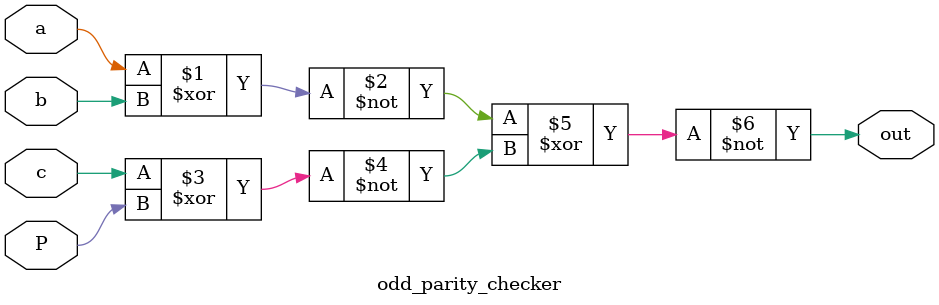
<source format=v>
module odd_parity_checker (a,b,c,P,out);
  input a,b,c,P;
  output out;
  assign out=~((~(a^b))^(~(c^P)));
endmodule

</source>
